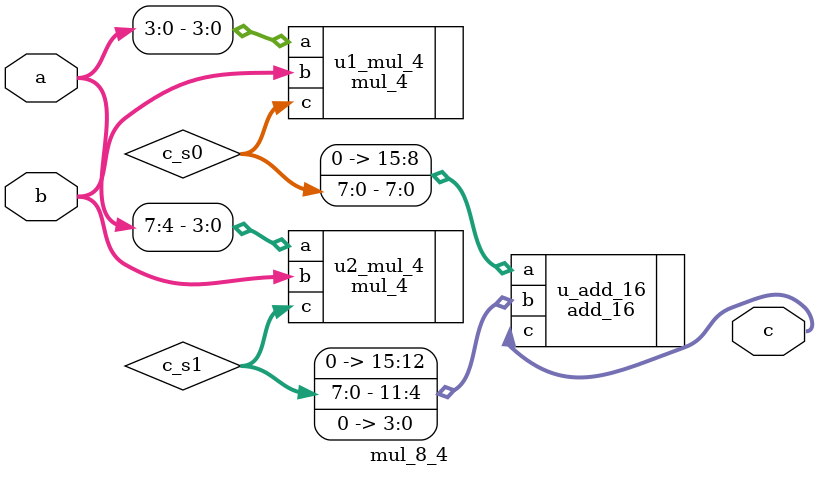
<source format=v>
`timescale 1ns / 1ps


module mul_8_4(
        input [7:0]a,
        input [3:0]b,
        output [15:0]c);

    wire [7:0]c_s0;
    wire [7:0]c_s1;

    mul_4 u1_mul_4(
              .a (a[3:0]),
              .b (b[3:0]),
              .c (c_s0[7:0])
          );

    mul_4 u2_mul_4(
              .a (a[7:4]),
              .b (b[3:0]),
              .c (c_s1[7:0])
          );


    add_16 u_add_16(
               .a ({8'd0,c_s0[7:0]}),
               .b ({4'd0,c_s1[7:0],4'd0}),
               .c (c)
           );
endmodule

</source>
